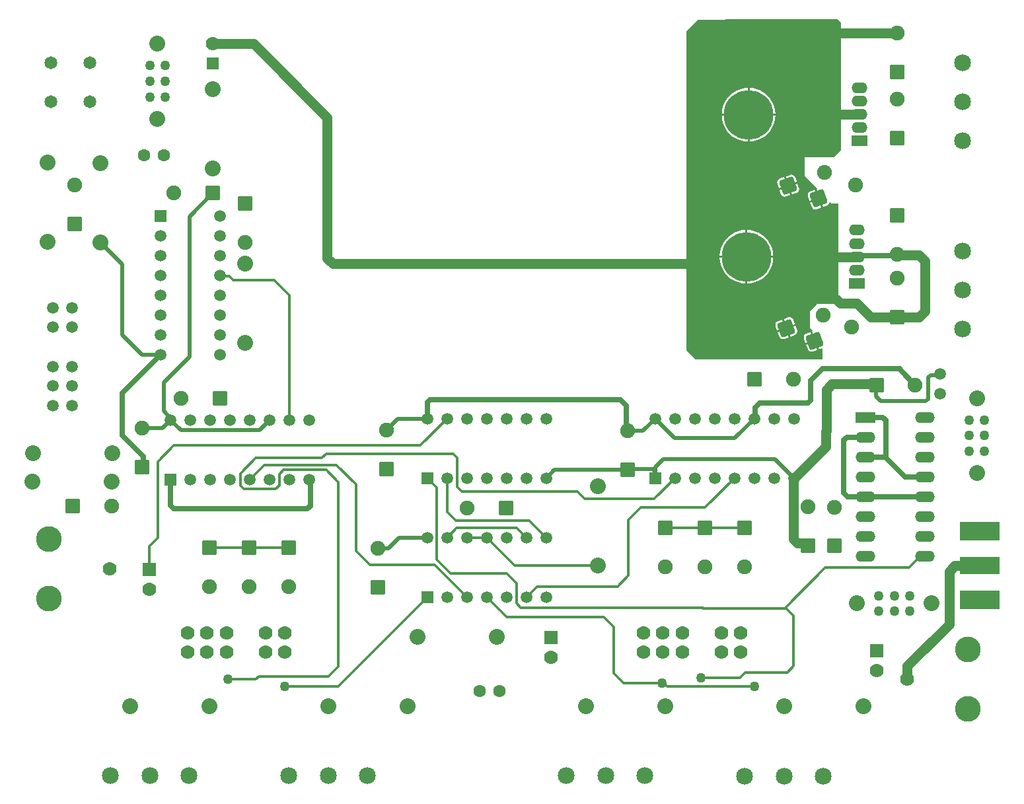
<source format=gtl>
G04*
G04 #@! TF.GenerationSoftware,Altium Limited,Altium Designer,20.1.11 (218)*
G04*
G04 Layer_Physical_Order=1*
G04 Layer_Color=255*
%FSLAX23Y23*%
%MOIN*%
G70*
G04*
G04 #@! TF.SameCoordinates,61B52F32-3D36-43F7-9E25-D9CFD543C360*
G04*
G04*
G04 #@! TF.FilePolarity,Positive*
G04*
G01*
G75*
%ADD19R,0.200X0.095*%
%ADD20R,0.200X0.090*%
%ADD45C,0.050*%
%ADD46C,0.020*%
%ADD47C,0.025*%
%ADD48C,0.012*%
G04:AMPARAMS|DCode=49|XSize=75mil|YSize=75mil|CornerRadius=9mil|HoleSize=0mil|Usage=FLASHONLY|Rotation=270.000|XOffset=0mil|YOffset=0mil|HoleType=Round|Shape=RoundedRectangle|*
%AMROUNDEDRECTD49*
21,1,0.075,0.056,0,0,270.0*
21,1,0.056,0.075,0,0,270.0*
1,1,0.019,-0.028,-0.028*
1,1,0.019,-0.028,0.028*
1,1,0.019,0.028,0.028*
1,1,0.019,0.028,-0.028*
%
%ADD49ROUNDEDRECTD49*%
%ADD50C,0.075*%
G04:AMPARAMS|DCode=51|XSize=75mil|YSize=75mil|CornerRadius=9mil|HoleSize=0mil|Usage=FLASHONLY|Rotation=180.000|XOffset=0mil|YOffset=0mil|HoleType=Round|Shape=RoundedRectangle|*
%AMROUNDEDRECTD51*
21,1,0.075,0.056,0,0,180.0*
21,1,0.056,0.075,0,0,180.0*
1,1,0.019,-0.028,0.028*
1,1,0.019,0.028,0.028*
1,1,0.019,0.028,-0.028*
1,1,0.019,-0.028,-0.028*
%
%ADD51ROUNDEDRECTD51*%
%ADD52C,0.080*%
%ADD53C,0.059*%
%ADD54R,0.059X0.059*%
%ADD55R,0.100X0.055*%
%ADD56O,0.100X0.055*%
%ADD57C,0.130*%
%ADD58C,0.070*%
%ADD59C,0.050*%
%ADD60R,0.079X0.055*%
%ADD61O,0.079X0.055*%
%ADD62C,0.250*%
%ADD63C,0.085*%
%ADD64C,0.063*%
%ADD65R,0.063X0.063*%
G04:AMPARAMS|DCode=66|XSize=75mil|YSize=75mil|CornerRadius=9mil|HoleSize=0mil|Usage=FLASHONLY|Rotation=20.000|XOffset=0mil|YOffset=0mil|HoleType=Round|Shape=RoundedRectangle|*
%AMROUNDEDRECTD66*
21,1,0.075,0.056,0,0,20.0*
21,1,0.056,0.075,0,0,20.0*
1,1,0.019,0.036,-0.017*
1,1,0.019,-0.017,-0.036*
1,1,0.019,-0.036,0.017*
1,1,0.019,0.017,0.036*
%
%ADD66ROUNDEDRECTD66*%
%ADD67R,0.070X0.070*%
%ADD68R,0.059X0.059*%
%ADD69C,0.065*%
G36*
X4888Y4949D02*
X4888Y4304D01*
X4853Y4269D01*
X4704Y4269D01*
X4704Y4176D01*
X4767Y4113D01*
X4765Y4109D01*
X4764Y4108D01*
X4780Y4063D01*
X4797Y4018D01*
X4818Y4026D01*
X4825Y4030D01*
X4829Y4036D01*
X4831Y4042D01*
X4836Y4044D01*
X4843Y4037D01*
X4875Y4037D01*
X4875Y3543D01*
X4860Y3528D01*
X4764Y3528D01*
X4764Y3526D01*
X4730Y3492D01*
X4730Y3408D01*
X4744Y3394D01*
X4743Y3392D01*
X4760Y3345D01*
X4777Y3300D01*
X4792Y3306D01*
X4796Y3303D01*
X4796Y3250D01*
X4153Y3250D01*
X4107Y3296D01*
X4107Y4905D01*
X4165Y4963D01*
X4300Y4961D01*
X4305Y4966D01*
X4871Y4966D01*
X4888Y4949D01*
X4888Y4949D02*
G37*
%LPC*%
G36*
X4427Y4619D02*
X4427Y4489D01*
X4557Y4489D01*
X4556Y4505D01*
X4551Y4526D01*
X4543Y4545D01*
X4532Y4564D01*
X4518Y4580D01*
X4502Y4594D01*
X4483Y4605D01*
X4464Y4613D01*
X4443Y4618D01*
X4427Y4619D01*
X4427Y4619D02*
G37*
G36*
X4417Y4619D02*
X4401Y4618D01*
X4380Y4613D01*
X4361Y4605D01*
X4342Y4594D01*
X4326Y4580D01*
X4312Y4564D01*
X4301Y4545D01*
X4293Y4526D01*
X4288Y4505D01*
X4287Y4489D01*
X4417Y4489D01*
X4417Y4619D01*
X4417Y4619D02*
G37*
G36*
X4557Y4479D02*
X4427Y4479D01*
X4427Y4349D01*
X4443Y4350D01*
X4464Y4355D01*
X4483Y4363D01*
X4502Y4374D01*
X4518Y4388D01*
X4532Y4404D01*
X4543Y4423D01*
X4551Y4442D01*
X4556Y4463D01*
X4557Y4479D01*
X4557Y4479D02*
G37*
G36*
X4417Y4479D02*
X4287Y4479D01*
X4288Y4463D01*
X4293Y4442D01*
X4301Y4423D01*
X4312Y4404D01*
X4326Y4388D01*
X4342Y4374D01*
X4361Y4363D01*
X4380Y4355D01*
X4401Y4350D01*
X4417Y4349D01*
X4417Y4479D01*
X4417Y4479D02*
G37*
G36*
X4639Y4181D02*
X4632Y4180D01*
X4610Y4172D01*
X4624Y4132D01*
X4665Y4146D01*
X4657Y4168D01*
X4653Y4175D01*
X4647Y4179D01*
X4639Y4181D01*
X4639Y4181D02*
G37*
G36*
X4600Y4169D02*
X4579Y4161D01*
X4572Y4157D01*
X4568Y4150D01*
X4566Y4143D01*
X4567Y4135D01*
X4575Y4114D01*
X4615Y4128D01*
X4600Y4169D01*
X4600Y4169D02*
G37*
G36*
X4668Y4137D02*
X4628Y4122D01*
X4643Y4082D01*
X4664Y4090D01*
X4671Y4094D01*
X4675Y4100D01*
X4677Y4108D01*
X4676Y4115D01*
X4668Y4137D01*
X4668Y4137D02*
G37*
G36*
X4619Y4119D02*
X4578Y4104D01*
X4586Y4083D01*
X4590Y4076D01*
X4596Y4071D01*
X4604Y4070D01*
X4611Y4071D01*
X4633Y4079D01*
X4619Y4119D01*
X4619Y4119D02*
G37*
G36*
X4754Y4105D02*
X4733Y4097D01*
X4726Y4093D01*
X4722Y4086D01*
X4720Y4079D01*
X4721Y4071D01*
X4729Y4050D01*
X4769Y4064D01*
X4754Y4105D01*
X4754Y4105D02*
G37*
G36*
X4773Y4055D02*
X4732Y4040D01*
X4740Y4019D01*
X4744Y4012D01*
X4750Y4007D01*
X4758Y4006D01*
X4765Y4007D01*
X4787Y4015D01*
X4773Y4055D01*
X4773Y4055D02*
G37*
G36*
X4416Y3902D02*
X4416Y3772D01*
X4546Y3772D01*
X4545Y3788D01*
X4540Y3809D01*
X4532Y3828D01*
X4521Y3847D01*
X4507Y3863D01*
X4491Y3877D01*
X4472Y3888D01*
X4453Y3896D01*
X4432Y3901D01*
X4416Y3902D01*
X4416Y3902D02*
G37*
G36*
X4406Y3902D02*
X4390Y3901D01*
X4369Y3896D01*
X4350Y3888D01*
X4331Y3877D01*
X4315Y3863D01*
X4301Y3847D01*
X4290Y3828D01*
X4282Y3809D01*
X4277Y3788D01*
X4276Y3772D01*
X4406Y3772D01*
X4406Y3902D01*
X4406Y3902D02*
G37*
G36*
X4546Y3762D02*
X4416Y3762D01*
X4416Y3632D01*
X4432Y3633D01*
X4453Y3638D01*
X4472Y3646D01*
X4491Y3657D01*
X4507Y3671D01*
X4521Y3687D01*
X4532Y3706D01*
X4540Y3725D01*
X4545Y3746D01*
X4546Y3762D01*
X4546Y3762D02*
G37*
G36*
X4406Y3762D02*
X4276Y3762D01*
X4277Y3746D01*
X4282Y3725D01*
X4290Y3706D01*
X4301Y3687D01*
X4315Y3671D01*
X4331Y3657D01*
X4350Y3646D01*
X4369Y3638D01*
X4390Y3633D01*
X4406Y3632D01*
X4406Y3762D01*
X4406Y3762D02*
G37*
G36*
X4630Y3462D02*
X4623Y3461D01*
X4601Y3453D01*
X4615Y3413D01*
X4656Y3427D01*
X4648Y3449D01*
X4644Y3456D01*
X4638Y3460D01*
X4630Y3462D01*
X4630Y3462D02*
G37*
G36*
X4591Y3450D02*
X4570Y3442D01*
X4563Y3438D01*
X4559Y3431D01*
X4557Y3424D01*
X4558Y3416D01*
X4566Y3395D01*
X4606Y3409D01*
X4591Y3450D01*
X4591Y3450D02*
G37*
G36*
X4659Y3418D02*
X4619Y3403D01*
X4634Y3363D01*
X4655Y3371D01*
X4662Y3375D01*
X4666Y3381D01*
X4668Y3389D01*
X4667Y3396D01*
X4659Y3418D01*
X4659Y3418D02*
G37*
G36*
X4610Y3400D02*
X4569Y3385D01*
X4577Y3364D01*
X4581Y3357D01*
X4587Y3352D01*
X4595Y3351D01*
X4602Y3352D01*
X4624Y3360D01*
X4610Y3400D01*
X4610Y3400D02*
G37*
G36*
X4734Y3387D02*
X4713Y3379D01*
X4706Y3375D01*
X4702Y3368D01*
X4700Y3361D01*
X4701Y3353D01*
X4709Y3332D01*
X4749Y3346D01*
X4734Y3387D01*
X4734Y3387D02*
G37*
G36*
X4753Y3337D02*
X4712Y3322D01*
X4720Y3301D01*
X4724Y3294D01*
X4730Y3289D01*
X4738Y3288D01*
X4745Y3289D01*
X4767Y3297D01*
X4753Y3337D01*
X4753Y3337D02*
G37*
%LPD*%
D19*
X5589Y2382D02*
D03*
X5589Y2036D02*
D03*
D20*
X5589Y2209D02*
D03*
D45*
X2296Y3760D02*
X2325Y3731D01*
X1924Y4841D02*
X2296Y4469D01*
X2296Y3760D02*
X2296Y4469D01*
X2325Y3731D02*
X4194Y3731D01*
X5168Y3775D02*
X5176Y3775D01*
X5167Y3776D02*
X5168Y3775D01*
X5168Y3775D01*
X1719Y4841D02*
X1924Y4841D01*
X4194Y3731D02*
X4223Y3702D01*
X4885Y3531D02*
X4968Y3531D01*
X4864Y3552D02*
X4885Y3531D01*
X5037Y3462D02*
X5170Y3462D01*
X4968Y3531D02*
X5037Y3462D01*
X4809Y4896D02*
X5172Y4896D01*
X4794Y4881D02*
X4809Y4896D01*
X4692Y3767D02*
X4969Y3767D01*
X4688Y3763D02*
X4692Y3767D01*
X4666Y4485D02*
X4980Y4485D01*
X4645Y4506D02*
X4666Y4485D01*
X5176Y3775D02*
X5282Y3775D01*
X5311Y3493D02*
X5311Y3746D01*
X5282Y3775D02*
X5311Y3746D01*
X5170Y3462D02*
X5280Y3462D01*
X5311Y3493D01*
X4814Y2889D02*
X4814Y3097D01*
X4843Y3126D02*
X5060Y3126D01*
X4814Y3097D02*
X4843Y3126D01*
X4810Y2885D02*
X4814Y2889D01*
X4650Y2650D02*
X4810Y2810D01*
X4810Y2885D01*
X4648Y2341D02*
X4648Y2648D01*
X4712Y2321D02*
X4721Y2312D01*
X4669Y2321D02*
X4712Y2321D01*
X4648Y2341D02*
X4669Y2321D01*
X4648Y2648D02*
X4650Y2650D01*
X5221Y1637D02*
X5221Y1701D01*
X5434Y1914D02*
X5434Y2180D01*
X5221Y1701D02*
X5434Y1914D01*
X5463Y2209D02*
X5589Y2209D01*
X5434Y2180D02*
X5463Y2209D01*
D46*
X1713Y4083D02*
X1721Y4083D01*
X2555Y2296D02*
X2604Y2296D01*
X2658Y2350D02*
X2800Y2350D01*
X2604Y2296D02*
X2658Y2350D01*
X5174Y3773D02*
X5176Y3775D01*
X5165Y3773D02*
X5174Y3773D01*
X1443Y3271D02*
X1448Y3266D01*
X1448Y3266D02*
X1453Y3261D01*
X1448Y3266D02*
X1448Y3266D01*
X1363Y3271D02*
X1443Y3271D01*
X1260Y3374D02*
X1363Y3271D01*
X1150Y3840D02*
X1260Y3730D01*
X1260Y3374D02*
X1260Y3730D01*
X1600Y3970D02*
X1713Y4083D01*
X1600Y3263D02*
X1600Y3970D01*
X1471Y3134D02*
X1600Y3263D01*
X1471Y2989D02*
X1471Y3134D01*
X1506Y2943D02*
X1506Y2954D01*
X1471Y2989D02*
X1506Y2954D01*
X4975Y3773D02*
X5165Y3773D01*
X5176Y3775D02*
X5180Y3779D01*
X4969Y3767D02*
X4975Y3773D01*
X5065Y3061D02*
X5088Y3038D01*
X5065Y3061D02*
X5065Y3119D01*
X5328Y3050D02*
X5328Y3158D01*
X5316Y3038D02*
X5328Y3050D01*
X5088Y3038D02*
X5316Y3038D01*
X5340Y3170D02*
X5381Y3170D01*
X5328Y3158D02*
X5340Y3170D01*
X5381Y3170D02*
X5388Y3177D01*
X5298Y2956D02*
X5301Y2954D01*
X5298Y2956D02*
X5312Y2956D01*
X5301Y2954D02*
X5310Y2954D01*
X3814Y2696D02*
X3938Y2696D01*
X3950Y2650D02*
X3950Y2684D01*
X3938Y2696D02*
X3950Y2684D01*
X3950Y2705D01*
X3810Y2692D02*
X3814Y2696D01*
X3990Y2745D02*
X4555Y2745D01*
X3950Y2705D02*
X3990Y2745D01*
X4555Y2745D02*
X4650Y2650D01*
X3442Y2692D02*
X3810Y2692D01*
X3400Y2650D02*
X3442Y2692D01*
X4353Y2853D02*
X4450Y2950D01*
X4047Y2853D02*
X4353Y2853D01*
X3950Y2950D02*
X4047Y2853D01*
X3888Y2888D02*
X3950Y2950D01*
X3810Y2888D02*
X3888Y2888D01*
X1361Y2901D02*
X1464Y2901D01*
X1506Y2943D01*
X2652Y2950D02*
X2800Y2950D01*
X2595Y2893D02*
X2652Y2950D01*
X1506Y2943D02*
X1558Y2891D01*
X1954Y2891D01*
X2006Y2943D01*
D47*
X1448Y3266D02*
X1454Y3271D01*
X1262Y3079D02*
X1448Y3266D01*
X3806Y2902D02*
X3813Y2895D01*
X3806Y2902D02*
X3806Y3015D01*
X2800Y2950D02*
X2800Y3031D01*
X2815Y3046D01*
X3775Y3046D01*
X3806Y3015D01*
X2211Y2641D02*
X2212Y2642D01*
X2211Y2510D02*
X2211Y2641D01*
X2196Y2495D02*
X2211Y2510D01*
X1506Y2512D02*
X1523Y2495D01*
X2196Y2495D01*
X1506Y2512D02*
X1506Y2643D01*
X1365Y2707D02*
X1369Y2711D01*
X1369Y2758D01*
X1262Y2865D02*
X1369Y2758D01*
X1262Y2865D02*
X1262Y3079D01*
X5168Y3775D02*
X5171Y3779D01*
X5165Y3773D02*
X5168Y3775D01*
X5165Y3773D02*
X5165Y3773D01*
X4988Y3773D02*
X5165Y3773D01*
X4981Y3766D02*
X4988Y3773D01*
X4454Y2951D02*
X4456Y2953D01*
X4456Y3007D01*
X4735Y3044D02*
X4735Y3143D01*
X4720Y3029D02*
X4735Y3044D01*
X4478Y3029D02*
X4720Y3029D01*
X4456Y3007D02*
X4478Y3029D01*
X5184Y3199D02*
X5184Y3203D01*
X4795Y3203D02*
X5184Y3203D01*
X4735Y3143D02*
X4795Y3203D01*
X5184Y3199D02*
X5263Y3120D01*
X5302Y2656D02*
X5308Y2662D01*
X5012Y2556D02*
X5312Y2556D01*
X4921Y2556D02*
X5012Y2556D01*
X4902Y2575D02*
X4902Y2841D01*
X4917Y2856D02*
X4994Y2856D01*
X4902Y2841D02*
X4917Y2856D01*
X4902Y2575D02*
X4921Y2556D01*
X5012Y2956D02*
X5099Y2956D01*
X5114Y2941D01*
X5114Y2759D02*
X5114Y2941D01*
X5535Y2786D02*
X5536Y2788D01*
X5536Y2788D01*
X5213Y2656D02*
X5302Y2656D01*
X5113Y2756D02*
X5213Y2656D01*
X5012Y2756D02*
X5113Y2756D01*
X5056Y1787D02*
X5074Y1787D01*
D48*
X2510Y2211D02*
X2839Y2211D01*
X2440Y2281D02*
X2510Y2211D01*
X2839Y2211D02*
X3000Y2050D01*
X2106Y2965D02*
X2118Y2953D01*
X2126Y2953D01*
X2106Y2965D02*
X2106Y3571D01*
X2029Y3648D02*
X2106Y3571D01*
X1823Y3648D02*
X2029Y3648D01*
X1754Y3671D02*
X1755Y3670D01*
X1801Y3670D01*
X1823Y3648D01*
X1441Y2349D02*
X1441Y2733D01*
X1397Y2305D02*
X1441Y2349D01*
X1523Y2815D02*
X2765Y2815D01*
X1441Y2733D02*
X1523Y2815D01*
X2290Y2774D02*
X2930Y2774D01*
X2952Y2666D02*
X2952Y2752D01*
X2269Y2752D02*
X2290Y2774D01*
X1936Y2752D02*
X2269Y2752D01*
X1858Y2674D02*
X1936Y2752D01*
X2930Y2774D02*
X2952Y2752D01*
X2765Y2815D02*
X2900Y2950D01*
X1858Y2613D02*
X1876Y2595D01*
X2036Y2595D01*
X2054Y2613D01*
X2100Y2298D02*
X2119Y2298D01*
X1900Y2298D02*
X2100Y2298D01*
X1700Y2298D02*
X1900Y2298D01*
X2119Y2298D02*
X2121Y2300D01*
X1389Y2191D02*
X1397Y2199D01*
X1397Y2303D01*
X3559Y2583D02*
X3596Y2546D01*
X3946Y2546D02*
X4050Y2650D01*
X3596Y2546D02*
X3946Y2546D01*
X2952Y2605D02*
X2952Y2666D01*
X2952Y2605D02*
X2974Y2583D01*
X3559Y2583D01*
X2343Y2715D02*
X2440Y2618D01*
X1978Y2715D02*
X2343Y2715D01*
X2440Y2281D02*
X2440Y2618D01*
X2351Y1698D02*
X2351Y2630D01*
X2290Y2691D02*
X2351Y2630D01*
X2076Y2691D02*
X2290Y2691D01*
X1906Y2643D02*
X1978Y2715D01*
X1210Y2206D02*
X1212Y2206D01*
X4648Y1701D02*
X4648Y1956D01*
X4609Y1995D02*
X4648Y1956D01*
X4617Y1670D02*
X4648Y1701D01*
X4405Y1670D02*
X4617Y1670D01*
X4183Y1642D02*
X4377Y1642D01*
X4405Y1670D01*
X4011Y1599D02*
X4451Y1599D01*
X3994Y1616D02*
X4011Y1599D01*
X3790Y1616D02*
X3994Y1616D01*
X3740Y1666D02*
X3740Y1900D01*
X3740Y1666D02*
X3790Y1616D01*
X1806Y1637D02*
X1808Y1635D01*
X1936Y1635D01*
X1950Y1649D01*
X2301Y1648D02*
X2351Y1698D01*
X2291Y1648D02*
X2301Y1648D01*
X2290Y1649D02*
X2291Y1648D01*
X1950Y1649D02*
X2290Y1649D01*
X2080Y1600D02*
X2350Y1600D01*
X2800Y2050D01*
X4190Y1994D02*
X4190Y1997D01*
X5281Y2248D02*
X5298Y2248D01*
X5232Y2199D02*
X5281Y2248D01*
X4809Y2199D02*
X5232Y2199D01*
X4190Y1994D02*
X4604Y1994D01*
X4809Y2199D01*
X1197Y2219D02*
X1210Y2206D01*
X5311Y2256D02*
X5312Y2256D01*
X3273Y1997D02*
X4190Y1997D01*
X3690Y1950D02*
X3740Y1900D01*
X3200Y1950D02*
X3690Y1950D01*
X3250Y2020D02*
X3273Y1997D01*
X3100Y2050D02*
X3200Y1950D01*
X1858Y2613D02*
X1858Y2674D01*
X2054Y2613D02*
X2054Y2668D01*
X2076Y2691D01*
X4202Y2502D02*
X4350Y2650D01*
X3878Y2502D02*
X4202Y2502D01*
X3816Y2440D02*
X3878Y2502D01*
X3816Y2160D02*
X3816Y2440D01*
X3760Y2104D02*
X3816Y2160D01*
X3354Y2104D02*
X3760Y2104D01*
X3300Y2050D02*
X3354Y2104D01*
X2800Y2650D02*
X2848Y2602D01*
X2848Y2240D02*
X2848Y2602D01*
X2848Y2240D02*
X2919Y2169D01*
X3201Y2169D01*
X3250Y2120D01*
X3250Y2020D02*
X3250Y2120D01*
X3240Y2210D02*
X3660Y2210D01*
X3100Y2350D02*
X3240Y2210D01*
X2900Y2480D02*
X2900Y2650D01*
X2900Y2480D02*
X2944Y2436D01*
X3314Y2436D01*
X3400Y2350D01*
X4200Y2398D02*
X4400Y2398D01*
X3000Y2350D02*
X3100Y2350D01*
X4000Y2398D02*
X4200Y2398D01*
X3252Y2398D02*
X3300Y2350D01*
X2948Y2398D02*
X3252Y2398D01*
X2900Y2350D02*
X2948Y2398D01*
D49*
X1880Y4036D02*
D03*
X4723Y2309D02*
D03*
X4854Y2308D02*
D03*
X5172Y4700D02*
D03*
X5171Y3975D02*
D03*
X1361Y2705D02*
D03*
X5170Y4367D02*
D03*
X5170Y3462D02*
D03*
X3810Y2692D02*
D03*
X2595Y2697D02*
D03*
X2550Y2099D02*
D03*
X1021Y3932D02*
D03*
X1700Y2298D02*
D03*
X1900Y2298D02*
D03*
X2100Y2298D02*
D03*
X4000Y2398D02*
D03*
X4200Y2398D02*
D03*
X4400Y2398D02*
D03*
D50*
X1880Y3839D02*
D03*
X1521Y4089D02*
D03*
X1207Y2508D02*
D03*
X4723Y2505D02*
D03*
X4854Y2504D02*
D03*
X5172Y4896D02*
D03*
X5171Y3779D02*
D03*
X1361Y2901D02*
D03*
X4797Y3474D02*
D03*
X4940Y3411D02*
D03*
X5170Y4563D02*
D03*
X4960Y4129D02*
D03*
X4806Y4193D02*
D03*
X5170Y3658D02*
D03*
X5263Y3120D02*
D03*
X3810Y2888D02*
D03*
X2595Y2893D02*
D03*
X2550Y2295D02*
D03*
X1021Y4128D02*
D03*
X3002Y2500D02*
D03*
X1558Y3051D02*
D03*
X1700Y2102D02*
D03*
X1900Y2102D02*
D03*
X2100Y2102D02*
D03*
X4648Y3150D02*
D03*
X4000Y2202D02*
D03*
X4200Y2202D02*
D03*
X4400Y2202D02*
D03*
D51*
X1718Y4089D02*
D03*
X1010Y2508D02*
D03*
X5067Y3120D02*
D03*
X3198Y2500D02*
D03*
X1754Y3051D02*
D03*
X4452Y3150D02*
D03*
D52*
X1880Y3333D02*
D03*
X1880Y3733D02*
D03*
X811Y2775D02*
D03*
X1211Y2775D02*
D03*
X1208Y2632D02*
D03*
X808Y2632D02*
D03*
X5346Y2018D02*
D03*
X4968Y2018D02*
D03*
X5574Y2676D02*
D03*
X5574Y3054D02*
D03*
X1439Y4463D02*
D03*
X1439Y4841D02*
D03*
X1719Y4213D02*
D03*
X1719Y4613D02*
D03*
X1150Y3840D02*
D03*
X1150Y4240D02*
D03*
X884Y4241D02*
D03*
X884Y3841D02*
D03*
X3660Y2210D02*
D03*
X3660Y2610D02*
D03*
X3150Y1850D02*
D03*
X2750Y1850D02*
D03*
X2300Y1500D02*
D03*
X2700Y1500D02*
D03*
X1700Y1500D02*
D03*
X1300Y1500D02*
D03*
X3600Y1500D02*
D03*
X4000Y1500D02*
D03*
X4600Y1500D02*
D03*
X5000Y1500D02*
D03*
D53*
X1754Y3271D02*
D03*
X1754Y3371D02*
D03*
X1754Y3471D02*
D03*
X1754Y3571D02*
D03*
X1754Y3671D02*
D03*
X1754Y3771D02*
D03*
X1754Y3871D02*
D03*
X1754Y3971D02*
D03*
X1454Y3271D02*
D03*
X1454Y3371D02*
D03*
X1454Y3471D02*
D03*
X1454Y3571D02*
D03*
X1454Y3671D02*
D03*
X1454Y3771D02*
D03*
X1454Y3871D02*
D03*
X910Y3017D02*
D03*
X910Y3115D02*
D03*
X910Y3214D02*
D03*
X910Y3411D02*
D03*
X910Y3509D02*
D03*
X1008Y3017D02*
D03*
X1008Y3115D02*
D03*
X1008Y3214D02*
D03*
X1008Y3411D02*
D03*
X1008Y3509D02*
D03*
X5388Y3177D02*
D03*
X5388Y3077D02*
D03*
X4050Y2650D02*
D03*
X4150Y2650D02*
D03*
X4250Y2650D02*
D03*
X4350Y2650D02*
D03*
X4450Y2650D02*
D03*
X4550Y2650D02*
D03*
X4650Y2650D02*
D03*
X3950Y2950D02*
D03*
X4050Y2950D02*
D03*
X4150Y2950D02*
D03*
X4250Y2950D02*
D03*
X4350Y2950D02*
D03*
X4450Y2950D02*
D03*
X4550Y2950D02*
D03*
X4650Y2950D02*
D03*
X3400Y2950D02*
D03*
X3300Y2950D02*
D03*
X3200Y2950D02*
D03*
X3100Y2950D02*
D03*
X3000Y2950D02*
D03*
X2900Y2950D02*
D03*
X2800Y2950D02*
D03*
X3400Y2650D02*
D03*
X3300Y2650D02*
D03*
X3200Y2650D02*
D03*
X3100Y2650D02*
D03*
X3000Y2650D02*
D03*
X2900Y2650D02*
D03*
X1606Y2643D02*
D03*
X1706Y2643D02*
D03*
X1806Y2643D02*
D03*
X1906Y2643D02*
D03*
X2006Y2643D02*
D03*
X2106Y2643D02*
D03*
X2206Y2643D02*
D03*
X1506Y2943D02*
D03*
X1606Y2943D02*
D03*
X1706Y2943D02*
D03*
X1806Y2943D02*
D03*
X1906Y2943D02*
D03*
X2006Y2943D02*
D03*
X2106Y2943D02*
D03*
X2206Y2943D02*
D03*
X3400Y2350D02*
D03*
X3300Y2350D02*
D03*
X3200Y2350D02*
D03*
X3100Y2350D02*
D03*
X3000Y2350D02*
D03*
X2900Y2350D02*
D03*
X2800Y2350D02*
D03*
X3400Y2050D02*
D03*
X3300Y2050D02*
D03*
X3200Y2050D02*
D03*
X3100Y2050D02*
D03*
X3000Y2050D02*
D03*
X2900Y2050D02*
D03*
D54*
X1454Y3971D02*
D03*
D55*
X5012Y2956D02*
D03*
D56*
X5012Y2856D02*
D03*
X5012Y2756D02*
D03*
X5012Y2656D02*
D03*
X5012Y2556D02*
D03*
X5012Y2456D02*
D03*
X5012Y2356D02*
D03*
X5012Y2256D02*
D03*
X5312Y2956D02*
D03*
X5312Y2856D02*
D03*
X5312Y2756D02*
D03*
X5312Y2656D02*
D03*
X5312Y2556D02*
D03*
X5312Y2456D02*
D03*
X5312Y2356D02*
D03*
X5312Y2256D02*
D03*
D57*
X890Y2043D02*
D03*
X890Y2342D02*
D03*
X5528Y1786D02*
D03*
X5528Y1487D02*
D03*
D58*
X1197Y2192D02*
D03*
X5221Y1637D02*
D03*
X1719Y4841D02*
D03*
X3425Y1745D02*
D03*
X5067Y1680D02*
D03*
X1397Y2088D02*
D03*
X1590Y1870D02*
D03*
X1688Y1870D02*
D03*
X1787Y1870D02*
D03*
X1984Y1870D02*
D03*
X2082Y1870D02*
D03*
X1590Y1772D02*
D03*
X1688Y1772D02*
D03*
X1787Y1772D02*
D03*
X1984Y1772D02*
D03*
X2082Y1772D02*
D03*
X3890Y1870D02*
D03*
X3988Y1870D02*
D03*
X4087Y1870D02*
D03*
X4284Y1870D02*
D03*
X4382Y1870D02*
D03*
X3890Y1772D02*
D03*
X3988Y1772D02*
D03*
X4087Y1772D02*
D03*
X4284Y1772D02*
D03*
X4382Y1772D02*
D03*
D59*
X5236Y1979D02*
D03*
X5157Y1979D02*
D03*
X5078Y1979D02*
D03*
X5236Y2057D02*
D03*
X5157Y2057D02*
D03*
X5078Y2057D02*
D03*
X5535Y2786D02*
D03*
X5535Y2865D02*
D03*
X5535Y2944D02*
D03*
X5613Y2786D02*
D03*
X5613Y2865D02*
D03*
X5613Y2944D02*
D03*
X1400Y4573D02*
D03*
X1400Y4652D02*
D03*
X1400Y4731D02*
D03*
X1478Y4573D02*
D03*
X1478Y4652D02*
D03*
X1478Y4731D02*
D03*
X4451Y1599D02*
D03*
X4183Y1642D02*
D03*
X3985Y1616D02*
D03*
X1795Y1635D02*
D03*
X2080Y1600D02*
D03*
D60*
X4969Y3633D02*
D03*
X4980Y4351D02*
D03*
D61*
X4969Y3700D02*
D03*
X4969Y3767D02*
D03*
X4969Y3834D02*
D03*
X4969Y3901D02*
D03*
X4980Y4619D02*
D03*
X4980Y4552D02*
D03*
X4980Y4485D02*
D03*
X4980Y4418D02*
D03*
D62*
X4411Y3767D02*
D03*
X4422Y4484D02*
D03*
D63*
X4403Y1145D02*
D03*
X4600Y1145D02*
D03*
X4797Y1145D02*
D03*
X5500Y4747D02*
D03*
X5500Y4550D02*
D03*
X5500Y4353D02*
D03*
X5500Y3797D02*
D03*
X5500Y3600D02*
D03*
X5500Y3403D02*
D03*
X2497Y1150D02*
D03*
X2300Y1150D02*
D03*
X2103Y1150D02*
D03*
X1597Y1150D02*
D03*
X1400Y1150D02*
D03*
X1203Y1150D02*
D03*
X3897Y1150D02*
D03*
X3700Y1150D02*
D03*
X3503Y1150D02*
D03*
D64*
X1472Y4278D02*
D03*
X1372Y4278D02*
D03*
X3165Y1575D02*
D03*
X3065Y1575D02*
D03*
D65*
X1719Y4741D02*
D03*
D66*
X4613Y3406D02*
D03*
X4756Y3343D02*
D03*
X4776Y4061D02*
D03*
X4622Y4125D02*
D03*
D67*
X3425Y1845D02*
D03*
X5067Y1780D02*
D03*
X1397Y2188D02*
D03*
D68*
X3950Y2650D02*
D03*
X2800Y2650D02*
D03*
X1506Y2643D02*
D03*
X2800Y2050D02*
D03*
D69*
X900Y4746D02*
D03*
X1097Y4746D02*
D03*
X1097Y4549D02*
D03*
X900Y4549D02*
D03*
M02*

</source>
